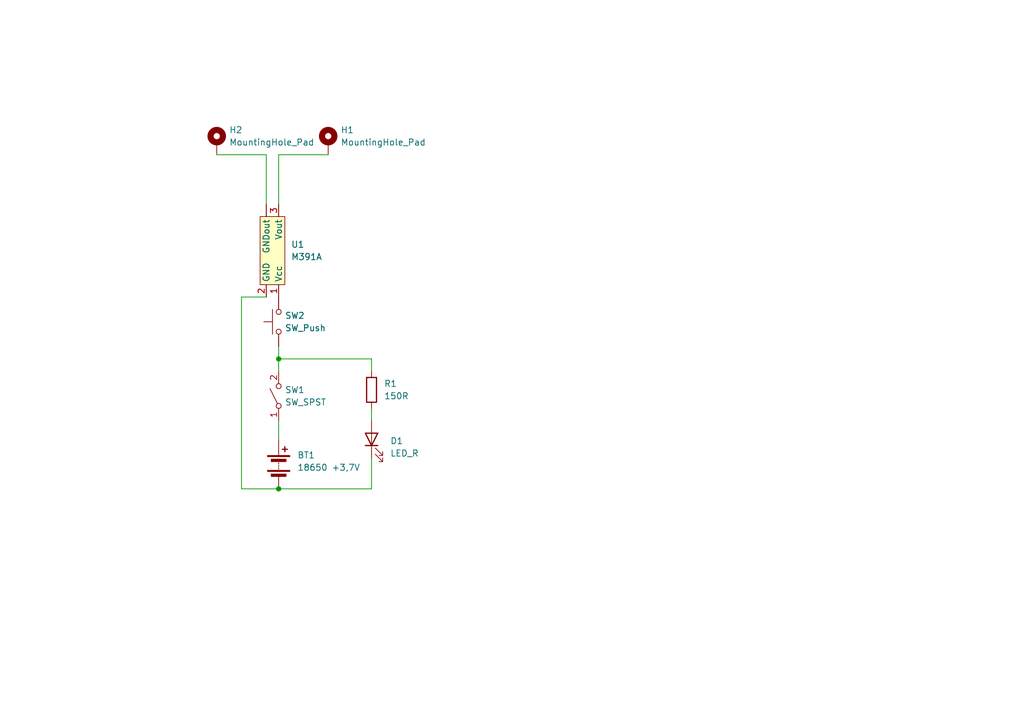
<source format=kicad_sch>
(kicad_sch (version 20250114) (generator "eeschema") (generator_version "9.0")
  (paper "A5")
  (title_block (title "Handheld Close-range Taser") (date "2025-10-19"))
  (lib_symbols
    (symbol "Device:Battery" (pin_numbers (hide yes)) (pin_names (offset 0) (hide yes))
      (property "Reference" "BT" (at 2.54 2.54 0))
      (property "Value" "Battery" (at 2.54 0 0))
      (symbol "Battery_0_1"
        (rectangle (start -2.286 1.778) (end 2.286 1.524) (fill (type outline)))
        (rectangle (start -2.286 -1.27) (end 2.286 -1.524) (fill (type outline)))
        (rectangle (start -1.524 1.016) (end 1.524 0.508) (fill (type outline)))
        (rectangle (start -1.524 -2.032) (end 1.524 -2.54) (fill (type outline)))
        (polyline (pts (xy 0 1.778) (xy 0 2.54)))
        (polyline (pts (xy 0 0) (xy 0 0.254)))
        (polyline (pts (xy 0 -0.508) (xy 0 -0.254)))
        (polyline (pts (xy 0 -1.016) (xy 0 -0.762)))
        (polyline (pts (xy 0.762 3.048) (xy 1.778 3.048)) (stroke (width 0.254)))
        (polyline (pts (xy 1.27 3.556) (xy 1.27 2.54)) (stroke (width 0.254)))
      )
      (symbol "Battery_1_1"
        (pin passive line (at 0 5.08 270) (length 2.54) (name "+") (number "1"))
        (pin passive line (at 0 -5.08 90) (length 2.54) (name "-") (number "2"))
      )
    )
    (symbol "Device:LED" (pin_numbers (hide yes)) (pin_names (offset 1.016) (hide yes))
      (property "Reference" "D" (at 0 2.54 0))
      (property "Value" "LED" (at 0 -2.54 0))
      (symbol "LED_0_1"
        (polyline (pts (xy -3.048 -0.762) (xy -4.572 -2.286) (xy -3.81 -2.286) (xy -4.572 -2.286) (xy -4.572 -1.524)))
        (polyline (pts (xy -1.778 -0.762) (xy -3.302 -2.286) (xy -2.54 -2.286) (xy -3.302 -2.286) (xy -3.302 -1.524)))
        (polyline (pts (xy -1.27 0) (xy 1.27 0)))
        (polyline (pts (xy -1.27 -1.27) (xy -1.27 1.27)) (stroke (width 0.254)))
        (polyline (pts (xy 1.27 -1.27) (xy 1.27 1.27) (xy -1.27 0) (xy 1.27 -1.27)) (stroke (width 0.254)))
      )
      (symbol "LED_1_1"
        (pin passive line (at -3.81 0 0) (length 2.54) (name "K") (number "1"))
        (pin passive line (at 3.81 0 180) (length 2.54) (name "A") (number "2"))
      )
    )
    (symbol "Device:R" (pin_numbers (hide yes)) (pin_names (offset 0))
      (property "Reference" "R" (at 2.032 0 90))
      (property "Value" "R" (at 0 0 90))
      (symbol "R_0_1"
        (rectangle (start -1.016 -2.54) (end 1.016 2.54) (stroke (width 0.254)))
      )
      (symbol "R_1_1"
        (pin passive line (at 0 3.81 270) (length 1.27) (name "~") (number "1"))
        (pin passive line (at 0 -3.81 90) (length 1.27) (name "~") (number "2"))
      )
    )
    (symbol "HighVoltageGenerator_HatDealer:M391A"
      (property "Reference" "U" (at -0.254 4.318 0))
      (property "Value" "M391A" (at 2.286 2.286 0))
      (symbol "M391A_1_1"
        (rectangle (start -7.62 1.27) (end 6.35 -3.81) (fill (type background)))
        (pin power_out line (at -10.16 0 0) (length 2.54) (name "Vout") (number "3"))
        (pin power_out line (at -10.16 -2.54 0) (length 2.54) (name "GNDout") (number ""))
        (pin power_in line (at 8.89 0 180) (length 2.54) (name "Vcc") (number "1"))
        (pin power_in line (at 8.89 -2.54 180) (length 2.54) (name "GND") (number "2"))
      )
    )
    (symbol "Mechanical:MountingHole_Pad" (pin_numbers (hide yes)) (pin_names (offset 1.016) (hide yes)) (in_bom no)
      (property "Reference" "H" (at 0 6.35 0))
      (property "Value" "MountingHole_Pad" (at 0 4.445 0))
      (symbol "MountingHole_Pad_0_1"
        (circle (center 0 1.27) (radius 1.27) (stroke (width 1.27)))
      )
      (symbol "MountingHole_Pad_1_1"
        (pin input line (at 0 -2.54 90) (length 2.54) (name "1") (number "1"))
      )
    )
    (symbol "Switch:SW_Push" (pin_numbers (hide yes)) (pin_names (offset 1.016) (hide yes))
      (property "Reference" "SW" (at 1.27 2.54 0))
      (property "Value" "SW_Push" (at 0 -1.524 0))
      (symbol "SW_Push_0_1"
        (circle (center -2.032 0) (radius 0.508))
        (polyline (pts (xy 0 1.27) (xy 0 3.048)))
        (circle (center 2.032 0) (radius 0.508))
        (polyline (pts (xy 2.54 1.27) (xy -2.54 1.27)))
        (pin passive line (at -5.08 0 0) (length 2.54) (name "1") (number "1"))
        (pin passive line (at 5.08 0 180) (length 2.54) (name "2") (number "2"))
      )
    )
    (symbol "Switch:SW_SPST" (pin_names (offset 0) (hide yes))
      (property "Reference" "SW" (at 0 3.175 0))
      (property "Value" "SW_SPST" (at 0 -2.54 0))
      (symbol "SW_SPST_0_0"
        (circle (center -2.032 0) (radius 0.508))
        (polyline (pts (xy -1.524 0.254) (xy 1.524 1.778)))
        (circle (center 2.032 0) (radius 0.508))
      )
      (symbol "SW_SPST_1_1"
        (pin passive line (at -5.08 0 0) (length 2.54) (name "A") (number "1"))
        (pin passive line (at 5.08 0 180) (length 2.54) (name "B") (number "2"))
      )
    )
  )
  (junction (at 57.15 100.33))
  (junction (at 57.15 73.66))
  (wire (pts (xy 44.45 31.75) (xy 54.61 31.75)))
  (wire (pts (xy 76.2 93.98) (xy 76.2 100.33)))
  (wire (pts (xy 57.15 90.17) (xy 57.15 86.36)))
  (wire (pts (xy 49.53 60.96) (xy 54.61 60.96)))
  (wire (pts (xy 57.15 73.66) (xy 76.2 73.66)))
  (wire (pts (xy 49.53 60.96) (xy 49.53 100.33)))
  (wire (pts (xy 57.15 73.66) (xy 57.15 71.12)))
  (wire (pts (xy 76.2 83.82) (xy 76.2 86.36)))
  (wire (pts (xy 67.31 31.75) (xy 57.15 31.75)))
  (wire (pts (xy 76.2 100.33) (xy 57.15 100.33)))
  (wire (pts (xy 57.15 31.75) (xy 57.15 41.91)))
  (wire (pts (xy 76.2 73.66) (xy 76.2 76.2)))
  (wire (pts (xy 49.53 100.33) (xy 57.15 100.33)))
  (wire (pts (xy 54.61 31.75) (xy 54.61 41.91)))
  (wire (pts (xy 57.15 76.2) (xy 57.15 73.66)))
  (symbol (lib_id "Switch:SW_Push") (at 57.15 66.04 90) (unit 1)
    (property "Reference" "SW2" (at 58.42 64.7699 90) (effects (justify right)))
    (property "Value" "SW_Push" (at 58.42 67.3099 90) (effects (justify right)))
    (property "Description" "Push button switch, generic, two pins" (effects (hide yes)))
  )
  (symbol (lib_id "Device:R") (at 76.2 80.01 0) (unit 1)
    (property "Reference" "R1" (at 78.74 78.7399 0) (effects (justify left)))
    (property "Value" "150R" (at 78.74 81.2799 0) (effects (justify left)))
    (property "Description" "Resistor" (effects (hide yes)))
  )
  (symbol (lib_id "Mechanical:MountingHole_Pad") (at 67.31 29.21 0) (unit 1) (in_bom no)
    (property "Reference" "H1" (at 69.85 26.6699 0) (effects (justify left)))
    (property "Value" "MountingHole_Pad" (at 69.85 29.2099 0) (effects (justify left)))
    (property "Description" "Mounting Hole with connection" (effects (hide yes)))
  )
  (symbol (lib_id "Device:LED") (at 76.2 90.17 90) (unit 1)
    (property "Reference" "D1" (at 80.01 90.4874 90) (effects (justify right)))
    (property "Value" "LED_R" (at 80.01 93.0274 90) (effects (justify right)))
    (property "Description" "Light emitting diode" (effects (hide yes)))
    (property "Sim.Pins" "1=K 2=A" (effects (hide yes)))
  )
  (symbol (lib_id "Mechanical:MountingHole_Pad") (at 44.45 29.21 0) (unit 1) (in_bom no)
    (property "Reference" "H2" (at 46.99 26.6699 0) (effects (justify left)))
    (property "Value" "MountingHole_Pad" (at 46.99 29.2099 0) (effects (justify left)))
    (property "Description" "Mounting Hole with connection" (effects (hide yes)))
  )
  (symbol (lib_id "HighVoltageGenerator_HatDealer:M391A") (at 57.15 52.07 270) (unit 1)
    (property "Reference" "U1" (at 59.69 50.1649 90) (effects (justify left)))
    (property "Value" "M391A" (at 59.69 52.7049 90) (effects (justify left)))
  )
  (symbol (lib_id "Device:Battery") (at 57.15 95.25 0) (unit 1)
    (property "Reference" "BT1" (at 60.96 93.4084 0) (effects (justify left)))
    (property "Value" "18650 +3,7V" (at 60.96 95.9484 0) (effects (justify left)))
    (property "Description" "Multiple-cell battery" (effects (hide yes)))
  )
  (symbol (lib_id "Switch:SW_SPST") (at 57.15 81.28 90) (unit 1)
    (property "Reference" "SW1" (at 58.42 80.0099 90) (effects (justify right)))
    (property "Value" "SW_SPST" (at 58.42 82.5499 90) (effects (justify right)))
    (property "Description" "Single Pole Single Throw (SPST) switch" (effects (hide yes)))
  )
)
</source>
